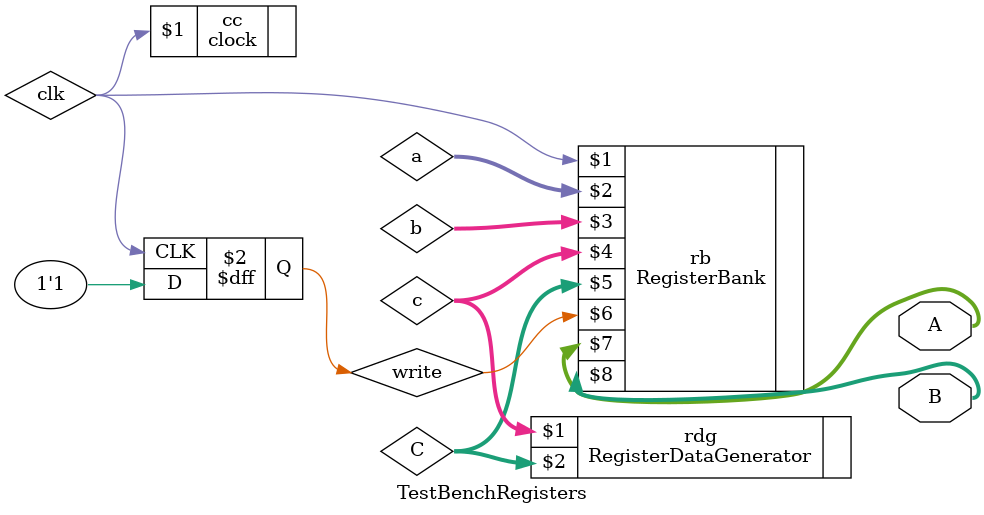
<source format=v>
module TestBenchRegisters(A, B);
	reg write;
	reg [4:0] a, b;
	output [63:0] A, B;
	wire [4:0] c;
	wire [63:0]C;


	clock cc(clk);
	RegisterDataGenerator rdg(c, C);
	RegisterBank rb( clk, a, b, c, C, write, A, B);


	always @ (posedge clk)
	begin
		write <= 1;
	end
endmodule
</source>
